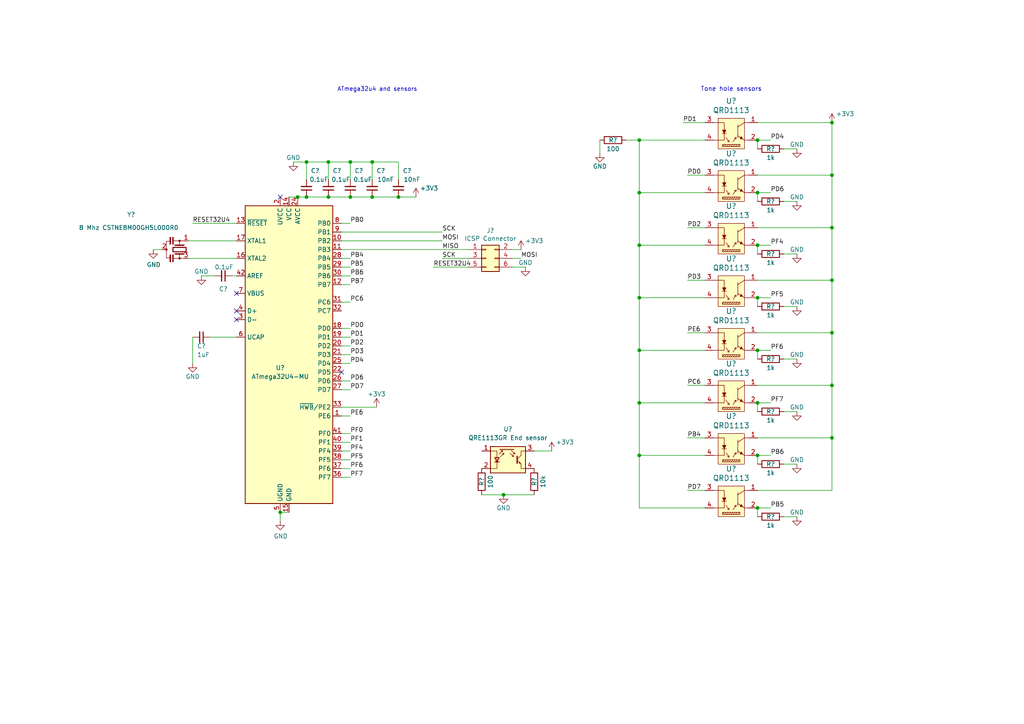
<source format=kicad_sch>
(kicad_sch (version 20211123) (generator eeschema)
  (paper "A4")
  (lib_symbols
    (symbol "Connector_Generic:Conn_02x03_Odd_Even" (pin_names (offset 1.016) hide)
      (property "Reference" "J" (at 1.27 5.08 0))
      (property "Value" "Conn_02x03_Odd_Even" (at 1.27 -5.08 0))
      (symbol "Conn_02x03_Odd_Even_1_1"
        (rectangle (start -1.27 -2.413) (end 0 -2.667) (stroke (width 0.1524)))
        (rectangle (start -1.27 0.127) (end 0 -0.127) (stroke (width 0.1524)))
        (rectangle (start -1.27 2.667) (end 0 2.413) (stroke (width 0.1524)))
        (rectangle (start -1.27 3.81) (end 3.81 -3.81) (stroke (width 0.254)) (fill (type background)))
        (rectangle (start 3.81 -2.413) (end 2.54 -2.667) (stroke (width 0.1524)))
        (rectangle (start 3.81 0.127) (end 2.54 -0.127) (stroke (width 0.1524)))
        (rectangle (start 3.81 2.667) (end 2.54 2.413) (stroke (width 0.1524)))
        (pin passive line (at -5.08 2.54 0) (length 3.81) (name "Pin_1") (number "1"))
        (pin passive line (at 7.62 2.54 180) (length 3.81) (name "Pin_2") (number "2"))
        (pin passive line (at -5.08 0 0) (length 3.81) (name "Pin_3") (number "3"))
        (pin passive line (at 7.62 0 180) (length 3.81) (name "Pin_4") (number "4"))
        (pin passive line (at -5.08 -2.54 0) (length 3.81) (name "Pin_5") (number "5"))
        (pin passive line (at 7.62 -2.54 180) (length 3.81) (name "Pin_6") (number "6"))
      )
    )
    (symbol "Device:C_Small" (pin_numbers hide) (pin_names (offset 0.254) hide)
      (property "Reference" "C" (at 0.254 1.778 0))
      (property "Value" "C_Small" (at 0.254 -2.032 0))
      (symbol "C_Small_0_1"
        (polyline (pts (xy -1.524 -0.508) (xy 1.524 -0.508)) (stroke (width 0.3302)))
        (polyline (pts (xy -1.524 0.508) (xy 1.524 0.508)) (stroke (width 0.3048)))
      )
      (symbol "C_Small_1_1"
        (pin passive line (at 0 2.54 270) (length 2.032) (name "~") (number "1"))
        (pin passive line (at 0 -2.54 90) (length 2.032) (name "~") (number "2"))
      )
    )
    (symbol "Device:R" (pin_numbers hide) (pin_names (offset 0))
      (property "Reference" "R" (at 2.032 0 90))
      (property "Value" "R" (at 0 0 90))
      (symbol "R_0_1"
        (rectangle (start -1.016 -2.54) (end 1.016 2.54) (stroke (width 0.254)))
      )
      (symbol "R_1_1"
        (pin passive line (at 0 3.81 270) (length 1.27) (name "~") (number "1"))
        (pin passive line (at 0 -3.81 90) (length 1.27) (name "~") (number "2"))
      )
    )
    (symbol "Device:Resonator_Small" (pin_names (offset 1.016) hide)
      (property "Reference" "Y" (at 3.175 1.905 0))
      (property "Value" "Resonator_Small" (at 3.175 0 0))
      (symbol "Resonator_Small_0_1"
        (rectangle (start -3.556 -2.54) (end -1.524 -2.794) (fill (type outline)))
        (rectangle (start -3.556 -1.778) (end -1.524 -2.032) (fill (type outline)))
        (circle (center -2.54 0) (radius 0.254) (fill (type outline)))
        (rectangle (start -0.635 1.905) (end 0.635 -1.905) (stroke (width 0.3048)))
        (circle (center 0 -3.81) (radius 0.254) (fill (type outline)))
        (polyline (pts (xy -2.54 -1.778) (xy -2.54 0)))
        (polyline (pts (xy -2.54 0) (xy -1.397 0)))
        (polyline (pts (xy -2.54 1.27) (xy -2.54 0)))
        (polyline (pts (xy -1.27 -1.27) (xy -1.27 1.27)) (stroke (width 0.381)))
        (polyline (pts (xy 1.27 -1.27) (xy 1.27 1.27)) (stroke (width 0.381)))
        (polyline (pts (xy 1.27 0) (xy 2.54 0)))
        (polyline (pts (xy 2.54 0) (xy 2.54 -1.778)))
        (polyline (pts (xy 2.54 1.27) (xy 2.54 0)))
        (polyline (pts (xy 2.413 -2.794) (xy 2.413 -3.81) (xy -2.413 -3.81) (xy -2.413 -2.667)))
        (rectangle (start 1.524 -2.54) (end 3.556 -2.794) (fill (type outline)))
        (rectangle (start 1.524 -1.778) (end 3.556 -2.032) (fill (type outline)))
        (circle (center 2.54 0) (radius 0.254) (fill (type outline)))
      )
      (symbol "Resonator_Small_1_1"
        (pin passive line (at -2.54 2.54 270) (length 1.27) (name "1") (number "1"))
        (pin passive line (at 0 -5.08 90) (length 1.27) (name "2") (number "2"))
        (pin passive line (at 2.54 2.54 270) (length 1.27) (name "3") (number "3"))
      )
    )
    (symbol "Sensor_Proximity:QRE1113GR" (pin_names (offset 0.0254) hide)
      (property "Reference" "U" (at -3.81 5.08 0))
      (property "Value" "QRE1113GR" (at 11.43 5.08 0))
      (symbol "QRE1113GR_0_1"
        (polyline (pts (xy -3.81 -0.635) (xy -2.54 -0.635)) (stroke (width 0.254)))
        (polyline (pts (xy -2.286 2.921) (xy -2.032 3.175)))
        (polyline (pts (xy -1.778 2.921) (xy -1.524 3.175)))
        (polyline (pts (xy -1.524 2.667) (xy -1.651 2.159)))
        (polyline (pts (xy -1.27 2.921) (xy -1.016 3.175)))
        (polyline (pts (xy -1.143 1.905) (xy -1.27 1.397)))
        (polyline (pts (xy -0.762 2.921) (xy -0.508 3.175)))
        (polyline (pts (xy -0.254 2.921) (xy 0 3.175)))
        (polyline (pts (xy 0.254 2.921) (xy 0.508 3.175)))
        (polyline (pts (xy 0.762 2.921) (xy 1.016 3.175)))
        (polyline (pts (xy 1.27 2.921) (xy 1.524 3.175)))
        (polyline (pts (xy 1.651 0.889) (xy 1.143 1.016)))
        (polyline (pts (xy 1.778 2.921) (xy -2.413 2.921)))
        (polyline (pts (xy 2.032 1.651) (xy 1.524 1.778)))
        (polyline (pts (xy 2.667 -0.127) (xy 3.81 -1.27)))
        (polyline (pts (xy 2.667 0.127) (xy 3.81 1.27)))
        (polyline (pts (xy -2.54 1.651) (xy -1.524 2.667) (xy -2.032 2.54)))
        (polyline (pts (xy -2.159 0.889) (xy -1.143 1.905) (xy -1.651 1.778)))
        (polyline (pts (xy 0.635 1.905) (xy 1.651 0.889) (xy 1.524 1.397)))
        (polyline (pts (xy 1.016 2.667) (xy 2.032 1.651) (xy 1.905 2.159)))
        (polyline (pts (xy 2.667 1.016) (xy 2.667 -1.016) (xy 2.667 -1.016)) (stroke (width 0.3556)))
        (polyline (pts (xy 3.81 -1.27) (xy 3.81 -2.54) (xy 5.08 -2.54)))
        (polyline (pts (xy 3.81 1.27) (xy 3.81 2.54) (xy 5.08 2.54)))
        (polyline (pts (xy -5.08 -2.54) (xy -3.175 -2.54) (xy -3.175 2.54) (xy -5.08 2.54)))
        (polyline (pts (xy -3.175 -0.635) (xy -3.81 0.635) (xy -2.54 0.635) (xy -3.175 -0.635)) (stroke (width 0.254)))
        (polyline (pts (xy 3.683 -1.143) (xy 3.429 -0.635) (xy 3.175 -0.889) (xy 3.683 -1.143)))
        (polyline (pts (xy -5.08 -3.81) (xy 5.08 -3.81) (xy 5.08 3.81) (xy -5.08 3.81) (xy -5.08 -3.81)) (stroke (width 0.254)) (fill (type background)))
      )
      (symbol "QRE1113GR_1_1"
        (pin passive line (at -7.62 2.54 0) (length 2.54) (name "A") (number "1"))
        (pin passive line (at -7.62 -2.54 0) (length 2.54) (name "K") (number "2"))
        (pin open_collector line (at 7.62 2.54 180) (length 2.54) (name "~") (number "3"))
        (pin open_emitter line (at 7.62 -2.54 180) (length 2.54) (name "~") (number "4"))
      )
    )
    (symbol "WARBL2.2-rescue:ATmega32U4-MU-MCU_Microchip_ATmega"
      (property "Reference" "U" (at -12.7 44.45 0))
      (property "Value" "ATmega32U4-MU-MCU_Microchip_ATmega" (at 2.54 -44.45 0))
      (symbol "ATmega32U4-MU-MCU_Microchip_ATmega_0_1"
        (rectangle (start -12.7 -43.18) (end 12.7 43.18) (stroke (width 0.254)) (fill (type background)))
      )
      (symbol "ATmega32U4-MU-MCU_Microchip_ATmega_1_1"
        (pin bidirectional line (at 15.24 -17.78 180) (length 2.54) (name "PE6") (number "1"))
        (pin bidirectional line (at 15.24 33.02 180) (length 2.54) (name "PB2") (number "10"))
        (pin bidirectional line (at 15.24 30.48 180) (length 2.54) (name "PB3") (number "11"))
        (pin bidirectional line (at 15.24 20.32 180) (length 2.54) (name "PB7") (number "12"))
        (pin input line (at -15.24 38.1 0) (length 2.54) (name "~{RESET}") (number "13"))
        (pin power_in line (at 0 45.72 270) (length 2.54) (name "VCC") (number "14"))
        (pin power_in line (at 0 -45.72 90) (length 2.54) (name "GND") (number "15"))
        (pin output line (at -15.24 27.94 0) (length 2.54) (name "XTAL2") (number "16"))
        (pin input line (at -15.24 33.02 0) (length 2.54) (name "XTAL1") (number "17"))
        (pin bidirectional line (at 15.24 7.62 180) (length 2.54) (name "PD0") (number "18"))
        (pin bidirectional line (at 15.24 5.08 180) (length 2.54) (name "PD1") (number "19"))
        (pin power_in line (at -2.54 45.72 270) (length 2.54) (name "UVCC") (number "2"))
        (pin bidirectional line (at 15.24 2.54 180) (length 2.54) (name "PD2") (number "20"))
        (pin bidirectional line (at 15.24 0 180) (length 2.54) (name "PD3") (number "21"))
        (pin bidirectional line (at 15.24 -5.08 180) (length 2.54) (name "PD5") (number "22"))
        (pin passive line (at 0 -45.72 90) (length 2.54) hide (name "GND") (number "23"))
        (pin power_in line (at 2.54 45.72 270) (length 2.54) (name "AVCC") (number "24"))
        (pin bidirectional line (at 15.24 -2.54 180) (length 2.54) (name "PD4") (number "25"))
        (pin bidirectional line (at 15.24 -7.62 180) (length 2.54) (name "PD6") (number "26"))
        (pin bidirectional line (at 15.24 -10.16 180) (length 2.54) (name "PD7") (number "27"))
        (pin bidirectional line (at 15.24 27.94 180) (length 2.54) (name "PB4") (number "28"))
        (pin bidirectional line (at 15.24 25.4 180) (length 2.54) (name "PB5") (number "29"))
        (pin bidirectional line (at -15.24 10.16 0) (length 2.54) (name "D-") (number "3"))
        (pin bidirectional line (at 15.24 22.86 180) (length 2.54) (name "PB6") (number "30"))
        (pin bidirectional line (at 15.24 15.24 180) (length 2.54) (name "PC6") (number "31"))
        (pin bidirectional line (at 15.24 12.7 180) (length 2.54) (name "PC7") (number "32"))
        (pin bidirectional line (at 15.24 -15.24 180) (length 2.54) (name "~{HWB}/PE2") (number "33"))
        (pin passive line (at 0 45.72 270) (length 2.54) hide (name "VCC") (number "34"))
        (pin passive line (at 0 -45.72 90) (length 2.54) hide (name "GND") (number "35"))
        (pin bidirectional line (at 15.24 -35.56 180) (length 2.54) (name "PF7") (number "36"))
        (pin bidirectional line (at 15.24 -33.02 180) (length 2.54) (name "PF6") (number "37"))
        (pin bidirectional line (at 15.24 -30.48 180) (length 2.54) (name "PF5") (number "38"))
        (pin bidirectional line (at 15.24 -27.94 180) (length 2.54) (name "PF4") (number "39"))
        (pin bidirectional line (at -15.24 12.7 0) (length 2.54) (name "D+") (number "4"))
        (pin bidirectional line (at 15.24 -25.4 180) (length 2.54) (name "PF1") (number "40"))
        (pin bidirectional line (at 15.24 -22.86 180) (length 2.54) (name "PF0") (number "41"))
        (pin input line (at -15.24 22.86 0) (length 2.54) (name "AREF") (number "42"))
        (pin passive line (at 0 -45.72 90) (length 2.54) hide (name "GND") (number "43"))
        (pin passive line (at 2.54 45.72 270) (length 2.54) hide (name "AVCC") (number "44"))
        (pin passive line (at 0 -45.72 90) (length 2.54) hide (name "GND") (number "45"))
        (pin passive line (at -2.54 -45.72 90) (length 2.54) (name "UGND") (number "5"))
        (pin passive line (at -15.24 5.08 0) (length 2.54) (name "UCAP") (number "6"))
        (pin passive line (at -15.24 17.78 0) (length 2.54) (name "VBUS") (number "7"))
        (pin bidirectional line (at 15.24 38.1 180) (length 2.54) (name "PB0") (number "8"))
        (pin bidirectional line (at 15.24 35.56 180) (length 2.54) (name "PB1") (number "9"))
      )
    )
    (symbol "WARBL2.2-rescue:QRD1114-dk_Optical-Sensors-Reflective-Analog-Output" (pin_names (offset 1.016))
      (property "Reference" "U" (at 0 5.08 0))
      (property "Value" "QRD1114-dk_Optical-Sensors-Reflective-Analog-Output" (at 0 -6.985 0))
      (symbol "QRD1114-dk_Optical-Sensors-Reflective-Analog-Output_0_1"
        (rectangle (start -3.81 3.81) (end 3.81 -5.08) (fill (type background)))
        (rectangle (start -2.54 -3.81) (end 2.54 -4.445))
        (polyline (pts (xy -2.667 -0.635) (xy -1.397 -0.635)))
        (polyline (pts (xy -2.54 -4.318) (xy -2.032 -3.81)))
        (polyline (pts (xy -2.032 -4.445) (xy -1.397 -3.81)))
        (polyline (pts (xy -1.524 -1.778) (xy -0.635 -3.048)))
        (polyline (pts (xy -1.397 -4.445) (xy -0.762 -3.81)))
        (polyline (pts (xy -0.762 -4.445) (xy -0.127 -3.81)))
        (polyline (pts (xy -0.635 -3.048) (xy -1.143 -2.921)))
        (polyline (pts (xy -0.635 -3.048) (xy -0.635 -2.54)))
        (polyline (pts (xy -0.127 -4.445) (xy 0.508 -3.81)))
        (polyline (pts (xy 0.508 -4.445) (xy 1.143 -3.81)))
        (polyline (pts (xy 0.508 -3.048) (xy 1.397 -1.778)))
        (polyline (pts (xy 1.143 -4.445) (xy 1.778 -3.81)))
        (polyline (pts (xy 1.397 -1.778) (xy 0.889 -2.032)))
        (polyline (pts (xy 1.397 -1.778) (xy 1.397 -2.286)))
        (polyline (pts (xy 1.778 -4.445) (xy 2.413 -3.81)))
        (polyline (pts (xy 1.905 -1.27) (xy 3.81 -2.54)))
        (polyline (pts (xy 1.905 1.905) (xy 1.905 -1.905)))
        (polyline (pts (xy 3.81 -2.54) (xy 5.08 -2.54)))
        (polyline (pts (xy 3.81 2.54) (xy 1.905 1.27)))
        (polyline (pts (xy 3.81 2.54) (xy 5.08 2.54)))
        (polyline (pts (xy -5.08 2.54) (xy -2.032 2.54) (xy -2.032 0.381)))
        (polyline (pts (xy -2.032 -0.635) (xy -2.032 -2.54) (xy -5.08 -2.54)))
        (polyline (pts (xy -2.54 0.381) (xy -1.524 0.381) (xy -2.032 -0.635) (xy -2.54 0.381)) (fill (type outline)))
        (polyline (pts (xy 2.921 -1.524) (xy 2.54 -2.159) (xy 3.302 -2.159) (xy 2.921 -1.524)) (fill (type outline)))
      )
      (symbol "QRD1114-dk_Optical-Sensors-Reflective-Analog-Output_1_1"
        (pin passive line (at 7.62 2.54 180) (length 2.54) (name "~") (number "1"))
        (pin passive line (at 7.62 -2.54 180) (length 2.54) (name "~") (number "2"))
        (pin passive line (at -7.62 2.54 0) (length 2.54) (name "~") (number "3"))
        (pin passive line (at -7.62 -2.54 0) (length 2.54) (name "~") (number "4"))
      )
    )
    (symbol "power:+3V3" (power) (pin_names (offset 0))
      (property "Value" "+3V3" (at 0 3.556 0))
      (symbol "+3V3_0_1"
        (polyline (pts (xy -0.762 1.27) (xy 0 2.54)))
        (polyline (pts (xy 0 0) (xy 0 2.54)))
        (polyline (pts (xy 0 2.54) (xy 0.762 1.27)))
      )
      (symbol "+3V3_1_1"
        (pin power_in line (at 0 0 90) (length 0) hide (name "+3V3") (number "1"))
      )
    )
    (symbol "power:GND" (power) (pin_names (offset 0))
      (property "Value" "GND" (at 0 -3.81 0))
      (symbol "GND_0_1"
        (polyline (pts (xy 0 0) (xy 0 -1.27) (xy 1.27 -1.27) (xy 0 -2.54) (xy -1.27 -1.27) (xy 0 -1.27)))
      )
      (symbol "GND_1_1"
        (pin power_in line (at 0 0 270) (length 0) hide (name "GND") (number "1"))
      )
    )
  )
  (junction (at 241.3 81.28))
  (junction (at 241.3 96.52))
  (junction (at 107.95 57.15))
  (junction (at 219.71 40.64))
  (junction (at 185.42 132.08))
  (junction (at 219.71 55.88))
  (junction (at 241.3 66.04))
  (junction (at 185.42 116.84))
  (junction (at 241.3 50.8))
  (junction (at 101.6 46.99))
  (junction (at 107.95 46.99))
  (junction (at 185.42 55.88))
  (junction (at 86.36 57.15))
  (junction (at 219.71 71.12))
  (junction (at 219.71 101.6))
  (junction (at 81.28 148.59))
  (junction (at 241.3 127))
  (junction (at 219.71 147.32))
  (junction (at 219.71 132.08))
  (junction (at 95.25 57.15))
  (junction (at 185.42 40.64))
  (junction (at 241.3 111.76))
  (junction (at 185.42 86.36))
  (junction (at 146.05 143.51))
  (junction (at 219.71 86.36))
  (junction (at 241.3 35.56))
  (junction (at 115.57 57.15))
  (junction (at 185.42 101.6))
  (junction (at 88.9 46.99))
  (junction (at 101.6 57.15))
  (junction (at 88.9 57.15))
  (junction (at 95.25 46.99))
  (junction (at 185.42 71.12))
  (junction (at 219.71 116.84))
  (no_connect (at 81.28 57.15))
  (no_connect (at 68.58 85.09))
  (no_connect (at 99.06 107.95))
  (no_connect (at 68.58 90.17))
  (no_connect (at 68.58 92.71))
  (wire (pts (xy 101.6 82.55) (xy 99.06 82.55)))
  (wire (pts (xy 223.52 147.32) (xy 219.71 147.32)))
  (wire (pts (xy 135.89 74.93) (xy 128.27 74.93)))
  (wire (pts (xy 81.28 148.59) (xy 83.82 148.59)))
  (wire (pts (xy 223.52 101.6) (xy 219.71 101.6)))
  (wire (pts (xy 185.42 40.64) (xy 185.42 55.88)))
  (wire (pts (xy 241.3 81.28) (xy 241.3 96.52)))
  (wire (pts (xy 219.71 104.14) (xy 219.71 101.6)))
  (wire (pts (xy 227.33 58.42) (xy 231.14 58.42)))
  (wire (pts (xy 115.57 57.15) (xy 120.65 57.15)))
  (wire (pts (xy 223.52 71.12) (xy 219.71 71.12)))
  (wire (pts (xy 101.6 105.41) (xy 99.06 105.41)))
  (wire (pts (xy 88.9 52.07) (xy 88.9 46.99)))
  (wire (pts (xy 99.06 87.63) (xy 101.6 87.63)))
  (wire (pts (xy 46.99 72.39) (xy 44.45 72.39)))
  (wire (pts (xy 101.6 125.73) (xy 99.06 125.73)))
  (wire (pts (xy 99.06 95.25) (xy 101.6 95.25)))
  (wire (pts (xy 223.52 55.88) (xy 219.71 55.88)))
  (wire (pts (xy 95.25 46.99) (xy 95.25 52.07)))
  (wire (pts (xy 101.6 64.77) (xy 99.06 64.77)))
  (wire (pts (xy 101.6 57.15) (xy 107.95 57.15)))
  (wire (pts (xy 219.71 50.8) (xy 241.3 50.8)))
  (wire (pts (xy 219.71 134.62) (xy 219.71 132.08)))
  (wire (pts (xy 204.47 132.08) (xy 185.42 132.08)))
  (wire (pts (xy 148.59 72.39) (xy 151.13 72.39)))
  (wire (pts (xy 241.3 127) (xy 241.3 142.24)))
  (wire (pts (xy 148.59 77.47) (xy 152.4 77.47)))
  (wire (pts (xy 125.73 77.47) (xy 135.89 77.47)))
  (wire (pts (xy 198.12 35.56) (xy 204.47 35.56)))
  (wire (pts (xy 241.3 142.24) (xy 219.71 142.24)))
  (wire (pts (xy 88.9 46.99) (xy 95.25 46.99)))
  (wire (pts (xy 95.25 57.15) (xy 101.6 57.15)))
  (wire (pts (xy 173.99 40.64) (xy 173.99 44.45)))
  (wire (pts (xy 101.6 135.89) (xy 99.06 135.89)))
  (wire (pts (xy 219.71 58.42) (xy 219.71 55.88)))
  (wire (pts (xy 115.57 46.99) (xy 115.57 52.07)))
  (wire (pts (xy 139.7 143.51) (xy 146.05 143.51)))
  (wire (pts (xy 199.39 111.76) (xy 204.47 111.76)))
  (wire (pts (xy 99.06 102.87) (xy 101.6 102.87)))
  (wire (pts (xy 227.33 43.18) (xy 231.14 43.18)))
  (wire (pts (xy 88.9 57.15) (xy 95.25 57.15)))
  (wire (pts (xy 219.71 149.86) (xy 219.71 147.32)))
  (wire (pts (xy 101.6 46.99) (xy 107.95 46.99)))
  (wire (pts (xy 86.36 57.15) (xy 88.9 57.15)))
  (wire (pts (xy 219.71 81.28) (xy 241.3 81.28)))
  (wire (pts (xy 219.71 111.76) (xy 241.3 111.76)))
  (wire (pts (xy 101.6 113.03) (xy 99.06 113.03)))
  (wire (pts (xy 101.6 46.99) (xy 95.25 46.99)))
  (wire (pts (xy 99.06 133.35) (xy 101.6 133.35)))
  (wire (pts (xy 99.06 138.43) (xy 101.6 138.43)))
  (wire (pts (xy 54.61 74.93) (xy 68.58 74.93)))
  (wire (pts (xy 86.36 57.15) (xy 83.82 57.15)))
  (wire (pts (xy 185.42 40.64) (xy 204.47 40.64)))
  (wire (pts (xy 227.33 73.66) (xy 231.14 73.66)))
  (wire (pts (xy 241.3 66.04) (xy 241.3 81.28)))
  (wire (pts (xy 99.06 100.33) (xy 101.6 100.33)))
  (wire (pts (xy 204.47 81.28) (xy 199.39 81.28)))
  (wire (pts (xy 185.42 101.6) (xy 185.42 116.84)))
  (wire (pts (xy 219.71 119.38) (xy 219.71 116.84)))
  (wire (pts (xy 241.3 96.52) (xy 241.3 111.76)))
  (wire (pts (xy 219.71 73.66) (xy 219.71 71.12)))
  (wire (pts (xy 227.33 149.86) (xy 231.14 149.86)))
  (wire (pts (xy 101.6 130.81) (xy 99.06 130.81)))
  (wire (pts (xy 204.47 101.6) (xy 185.42 101.6)))
  (wire (pts (xy 199.39 127) (xy 204.47 127)))
  (wire (pts (xy 101.6 97.79) (xy 99.06 97.79)))
  (wire (pts (xy 99.06 72.39) (xy 135.89 72.39)))
  (wire (pts (xy 107.95 46.99) (xy 107.95 52.07)))
  (wire (pts (xy 204.47 71.12) (xy 185.42 71.12)))
  (wire (pts (xy 199.39 50.8) (xy 204.47 50.8)))
  (wire (pts (xy 99.06 67.31) (xy 128.27 67.31)))
  (wire (pts (xy 227.33 134.62) (xy 231.14 134.62)))
  (wire (pts (xy 107.95 57.15) (xy 115.57 57.15)))
  (wire (pts (xy 185.42 71.12) (xy 185.42 86.36)))
  (wire (pts (xy 204.47 116.84) (xy 185.42 116.84)))
  (wire (pts (xy 60.96 97.79) (xy 68.58 97.79)))
  (wire (pts (xy 99.06 69.85) (xy 128.27 69.85)))
  (wire (pts (xy 99.06 74.93) (xy 101.6 74.93)))
  (wire (pts (xy 223.52 132.08) (xy 219.71 132.08)))
  (wire (pts (xy 67.31 80.01) (xy 68.58 80.01)))
  (wire (pts (xy 241.3 50.8) (xy 241.3 66.04)))
  (wire (pts (xy 241.3 35.56) (xy 241.3 50.8)))
  (wire (pts (xy 219.71 96.52) (xy 241.3 96.52)))
  (wire (pts (xy 185.42 86.36) (xy 185.42 101.6)))
  (wire (pts (xy 241.3 111.76) (xy 241.3 127)))
  (wire (pts (xy 85.09 46.99) (xy 88.9 46.99)))
  (wire (pts (xy 101.6 52.07) (xy 101.6 46.99)))
  (wire (pts (xy 204.47 55.88) (xy 185.42 55.88)))
  (wire (pts (xy 227.33 88.9) (xy 231.14 88.9)))
  (wire (pts (xy 199.39 142.24) (xy 204.47 142.24)))
  (wire (pts (xy 204.47 86.36) (xy 185.42 86.36)))
  (wire (pts (xy 107.95 46.99) (xy 115.57 46.99)))
  (wire (pts (xy 204.47 66.04) (xy 199.39 66.04)))
  (wire (pts (xy 185.42 55.88) (xy 185.42 71.12)))
  (wire (pts (xy 227.33 104.14) (xy 231.14 104.14)))
  (wire (pts (xy 99.06 128.27) (xy 101.6 128.27)))
  (wire (pts (xy 219.71 127) (xy 241.3 127)))
  (wire (pts (xy 146.05 143.51) (xy 154.94 143.51)))
  (wire (pts (xy 219.71 35.56) (xy 241.3 35.56)))
  (wire (pts (xy 62.23 80.01) (xy 58.42 80.01)))
  (wire (pts (xy 81.28 151.13) (xy 81.28 148.59)))
  (wire (pts (xy 219.71 40.64) (xy 219.71 43.18)))
  (wire (pts (xy 223.52 86.36) (xy 219.71 86.36)))
  (wire (pts (xy 99.06 118.11) (xy 109.22 118.11)))
  (wire (pts (xy 219.71 88.9) (xy 219.71 86.36)))
  (wire (pts (xy 101.6 77.47) (xy 99.06 77.47)))
  (wire (pts (xy 55.88 64.77) (xy 68.58 64.77)))
  (wire (pts (xy 99.06 110.49) (xy 101.6 110.49)))
  (wire (pts (xy 181.61 40.64) (xy 185.42 40.64)))
  (wire (pts (xy 54.61 69.85) (xy 68.58 69.85)))
  (wire (pts (xy 204.47 96.52) (xy 199.39 96.52)))
  (wire (pts (xy 99.06 120.65) (xy 101.6 120.65)))
  (wire (pts (xy 99.06 80.01) (xy 101.6 80.01)))
  (wire (pts (xy 223.52 116.84) (xy 219.71 116.84)))
  (wire (pts (xy 219.71 66.04) (xy 241.3 66.04)))
  (wire (pts (xy 154.94 130.81) (xy 160.02 130.81)))
  (wire (pts (xy 148.59 74.93) (xy 151.13 74.93)))
  (wire (pts (xy 185.42 147.32) (xy 204.47 147.32)))
  (wire (pts (xy 55.88 97.79) (xy 55.88 105.41)))
  (wire (pts (xy 185.42 116.84) (xy 185.42 132.08)))
  (wire (pts (xy 227.33 119.38) (xy 231.14 119.38)))
  (wire (pts (xy 185.42 132.08) (xy 185.42 147.32)))
  (wire (pts (xy 223.52 40.64) (xy 219.71 40.64)))
  (text "ATmega32u4 and sensors" (at 97.79 26.67 0) (effects (font (size 1.1938 1.1938)) (justify left bottom)))
  (text "Tone hole sensors" (at 203.2 26.67 0) (effects (font (size 1.27 1.27)) (justify left bottom)))
  (label "PF7" (at 101.6 138.43 0))
  (label "PF0" (at 101.6 125.73 0))
  (label "PD6" (at 223.52 55.88 0))
  (label "PD4" (at 101.6 105.41 0))
  (label "RESET32U4" (at 125.73 77.47 0))
  (label "PF5" (at 101.6 133.35 0))
  (label "MISO" (at 128.27 72.39 0))
  (label "PC6" (at 199.39 111.76 0))
  (label "SCK" (at 128.27 74.93 0))
  (label "PD3" (at 101.6 102.87 0))
  (label "PE6" (at 199.39 96.52 0))
  (label "PF4" (at 223.52 71.12 0))
  (label "PB6" (at 101.6 80.01 0))
  (label "PB4" (at 199.39 127 0))
  (label "PD3" (at 199.39 81.28 0))
  (label "RESET32U4" (at 55.88 64.77 0))
  (label "PE6" (at 101.6 120.65 0))
  (label "PF5" (at 223.52 86.36 0))
  (label "MOSI" (at 151.13 74.93 0))
  (label "PB5" (at 223.52 147.32 0))
  (label "PB0" (at 101.6 64.77 0))
  (label "PD7" (at 199.39 142.24 0))
  (label "PC6" (at 101.6 87.63 0))
  (label "PB5" (at 101.6 77.47 0))
  (label "PF6" (at 223.52 101.6 0))
  (label "PD0" (at 101.6 95.25 0))
  (label "SCK" (at 128.27 67.31 0))
  (label "PD1" (at 198.12 35.56 0))
  (label "MOSI" (at 128.27 69.85 0))
  (label "PB6" (at 223.52 132.08 0))
  (label "PF4" (at 101.6 130.81 0))
  (label "PD2" (at 101.6 100.33 0))
  (label "PB7" (at 101.6 82.55 0))
  (label "PB4" (at 101.6 74.93 0))
  (label "PF6" (at 101.6 135.89 0))
  (label "PF1" (at 101.6 128.27 0))
  (label "PF7" (at 223.52 116.84 0))
  (label "PD0" (at 199.39 50.8 0))
  (label "PD7" (at 101.6 113.03 0))
  (label "PD1" (at 101.6 97.79 0))
  (label "PD4" (at 223.52 40.64 0))
  (label "PD2" (at 199.39 66.04 0))
  (label "PD6" (at 101.6 110.49 0))
  (symbol (lib_id "power:GND") (at 44.45 72.39 0) (unit 1)
    (property "Reference" "#PWR?" (effects hide))
    (property "Value" "GND" (at 44.577 76.7842 0))
  )
  (symbol (lib_id "Device:R") (at 139.7 139.7 0) (unit 1)
    (property "Reference" "R?" (at 139.7 139.7 90))
    (property "Value" "100" (at 142.24 139.7 90))
    (property "Footprint" "Resistors_SMD:R_0603" (effects hide))
    (property "Datasheet" "https://industrial.panasonic.com/cdbs/www-data/pdf/RDA0000/AOA0000C304.pdf" (effects hide))
    (property "Description" "100 Ohms ±1% 0.1W, 1/10W Chip Resistor 0603 (1608 Metric) Automotive AEC-Q200 Thick Film" (effects hide))
    (property "Manufacturer" "Panasonic" (effects hide))
    (property "Mfg Part #" "ERJ-3EKF1000V" (effects hide))
    (property "Package" "0603" (effects hide))
    (property "MPN" "ERJ-3EKF1000V" (effects hide))
  )
  (symbol (lib_id "Device:Resonator_Small") (at 52.07 72.39 270) (unit 1)
    (property "Reference" "Y?" (at 36.83 62.23 90) (effects (justify left)))
    (property "Value" "8 Mhz CSTNE8M00GH5L000R0" (at 22.86 66.04 90) (effects (justify left)))
    (property "Footprint" "CSTNE8M00GH5L000R0:CSTNE16M0V530000R0" (effects hide))
    (property "Datasheet" "http://static6.arrow.com/aropdfconversion/11adc973269c6d695d9d99b871e8c6a1902be758/cstne8m00gh5l000r0.pdf" (effects hide))
    (property "Manufacturer" "Murata" (effects hide))
    (property "Mfg Part #" "CSTNE8M00GH5L000R0" (effects hide))
    (property "Description" "Ceramic resonator" (effects hide))
    (property "Package" "SMD" (effects hide))
    (property "Instructions" "No substitutions please" (effects hide))
    (property "MPN" "CSTNE8M00GH5L000R0" (effects hide))
  )
  (symbol (lib_id "Device:R") (at 223.52 149.86 270) (unit 1)
    (property "Reference" "R?" (at 223.52 149.86 90))
    (property "Value" "1k" (at 223.52 152.4 90))
    (property "Footprint" "Resistors_SMD:R_0603" (effects hide))
    (property "Datasheet" "http://industrial.panasonic.com/www-cgi/jvcr13pz.cgi?E+PZ+3+AOA0001+ERJ3GEYJ102V+7+WW" (effects hide))
    (property "Description" "1 kOhms ±5% 0.1W, 1/10W Chip Resistor 0603 (1608 Metric) Automotive AEC-Q200 Thick Film" (effects hide))
    (property "Manufacturer" "Panasonic" (effects hide))
    (property "Mfg Part #" "ERJ-3GEYJ102V" (effects hide))
    (property "Package" "0603" (effects hide))
    (property "MPN" "ERJ-3GEYJ102V" (effects hide))
  )
  (symbol (lib_id "WARBL2.2-rescue:QRD1114-dk_Optical-Sensors-Reflective-Analog-Output") (at 212.09 129.54 0) (unit 1)
    (property "Reference" "U?" (at 212.09 120.7262 0) (effects (font (size 1.524 1.524))))
    (property "Value" "QRD1113" (at 212.09 123.4186 0) (effects (font (size 1.524 1.524))))
    (property "Footprint" "localLib2:Reflective_Sensor_QRD1114" (effects hide))
    (property "Datasheet" "https://www.fairchildsemi.com/datasheets/QR/QRD1113.pdf" (effects hide))
    (property "Digi-Key_PN" "QRD1114-ND" (effects hide))
    (property "MPN" "QRD1114" (effects hide))
    (property "Category" "Sensors, Transducers" (effects hide))
    (property "Family" "Optical Sensors - Reflective - Analog Output" (effects hide))
    (property "DK_Datasheet_Link" "https://www.fairchildsemi.com/datasheets/QR/QRD1113.pdf" (effects hide))
    (property "DK_Detail_Page" "/product-detail/en/on-semiconductor/QRD1114/QRD1114-ND/187536" (effects hide))
    (property "Description" "SENSR OPTO TRANS 1.27MM REFL PCB" (effects hide))
    (property "Manufacturer" "ON Semiconductor" (effects hide))
    (property "Status" "Active" (effects hide))
    (property "Instructions" "Do not include in assembly." (effects hide))
  )
  (symbol (lib_id "power:GND") (at 146.05 143.51 0) (unit 1)
    (property "Reference" "#PWR?" (effects hide))
    (property "Value" "GND" (at 146.05 147.32 0))
  )
  (symbol (lib_id "power:GND") (at 152.4 77.47 0) (unit 1)
    (property "Reference" "#PWR?" (effects hide))
    (property "Value" "GND" (at 152.4 76.2 0))
  )
  (symbol (lib_id "Connector_Generic:Conn_02x03_Odd_Even") (at 140.97 74.93 0) (unit 1)
    (property "Reference" "J?" (at 142.24 66.8782 0))
    (property "Value" "ICSP Connector" (at 142.24 69.1896 0))
    (property "Footprint" "localLib2:SMD_ICSPHeader_Pitch2.54mm" (effects hide))
    (property "Instructions" "Do not include in assembly." (effects hide))
  )
  (symbol (lib_id "Device:R") (at 154.94 139.7 0) (unit 1)
    (property "Reference" "R?" (at 154.94 139.7 90))
    (property "Value" "10k" (at 157.48 139.7 90))
    (property "Footprint" "Resistors_SMD:R_0603" (effects hide))
    (property "Datasheet" "http://industrial.panasonic.com/www-cgi/jvcr13pz.cgi?E+PZ+3+AOA0001+ERJ3GEYJ103V+7+WW" (effects hide))
    (property "Description" "10 kOhms ±5% 0.1W, 1/10W Chip Resistor 0603 (1608 Metric) Automotive AEC-Q200 Thick Film" (effects hide))
    (property "Manufacturer" "Panasonic" (effects hide))
    (property "Mfg Part #" "ERJ-3GEYJ103V" (effects hide))
    (property "Package" "0603" (effects hide))
    (property "MPN" "ERJ-3GEYJ103V" (effects hide))
  )
  (symbol (lib_id "power:+3V3") (at 241.3 35.56 0) (unit 1)
    (property "Reference" "#PWR?" (effects hide))
    (property "Value" "+3V3" (at 245.11 33.02 0))
  )
  (symbol (lib_id "Device:R") (at 177.8 40.64 270) (unit 1)
    (property "Reference" "R?" (at 177.8 40.64 90))
    (property "Value" "100" (at 177.8 43.18 90))
    (property "Footprint" "Resistors_SMD:R_0603" (effects hide))
    (property "Datasheet" "https://industrial.panasonic.com/cdbs/www-data/pdf/RDA0000/AOA0000C304.pdf" (effects hide))
    (property "Description" "100 Ohms ±1% 0.1W, 1/10W Chip Resistor 0603 (1608 Metric) Automotive AEC-Q200 Thick Film" (effects hide))
    (property "Manufacturer" "Panasonic" (effects hide))
    (property "Mfg Part #" "ERJ-3EKF1000V" (effects hide))
    (property "Package" "0603" (effects hide))
    (property "MPN" "ERJ-3EKF1000V" (effects hide))
  )
  (symbol (lib_id "power:GND") (at 231.14 149.86 0) (unit 1)
    (property "Reference" "#PWR?" (effects hide))
    (property "Value" "GND" (at 231.14 148.59 0))
  )
  (symbol (lib_id "Device:C_Small") (at 58.42 97.79 270) (unit 1)
    (property "Reference" "C?" (at 57.15 100.33 90) (effects (justify left)))
    (property "Value" "1uF" (at 57.15 102.87 90) (effects (justify left)))
    (property "Footprint" "Capacitors_SMD:C_0603" (effects hide))
    (property "Datasheet" "http://www.samsungsem.com/kr/support/product-search/mlcc/CL10B105KP8NNNC.jsp" (effects hide))
    (property "Description" "1µF ±10% 10V Ceramic Capacitor X7R 0603 (1608 Metric)" (effects hide))
    (property "Manufacturer" "Samsung" (effects hide))
    (property "Mfg Part #" "CL10B105KP8NNNC" (effects hide))
    (property "Package" "0603" (effects hide))
    (property "MPN" "CL10B105KP8NNNC" (effects hide))
  )
  (symbol (lib_id "power:+3V3") (at 109.22 118.11 0) (unit 1)
    (property "Reference" "#PWR?" (effects hide))
    (property "Value" "+3V3" (at 109.22 114.3 0))
  )
  (symbol (lib_id "WARBL2.2-rescue:QRD1114-dk_Optical-Sensors-Reflective-Analog-Output") (at 212.09 99.06 0) (unit 1)
    (property "Reference" "U?" (at 212.09 90.2462 0) (effects (font (size 1.524 1.524))))
    (property "Value" "QRD1113" (at 212.09 92.9386 0) (effects (font (size 1.524 1.524))))
    (property "Footprint" "localLib2:Reflective_Sensor_QRD1114" (effects hide))
    (property "Datasheet" "https://www.fairchildsemi.com/datasheets/QR/QRD1113.pdf" (effects hide))
    (property "Digi-Key_PN" "QRD1114-ND" (effects hide))
    (property "MPN" "QRD1114" (effects hide))
    (property "Category" "Sensors, Transducers" (effects hide))
    (property "Family" "Optical Sensors - Reflective - Analog Output" (effects hide))
    (property "DK_Datasheet_Link" "https://www.fairchildsemi.com/datasheets/QR/QRD1113.pdf" (effects hide))
    (property "DK_Detail_Page" "/product-detail/en/on-semiconductor/QRD1114/QRD1114-ND/187536" (effects hide))
    (property "Description" "SENSR OPTO TRANS 1.27MM REFL PCB" (effects hide))
    (property "Manufacturer" "ON Semiconductor" (effects hide))
    (property "Status" "Active" (effects hide))
    (property "Instructions" "Do not include in assembly." (effects hide))
  )
  (symbol (lib_id "Device:R") (at 223.52 119.38 270) (unit 1)
    (property "Reference" "R?" (at 223.52 119.38 90))
    (property "Value" "1k" (at 223.52 121.92 90))
    (property "Footprint" "Resistors_SMD:R_0603" (effects hide))
    (property "Datasheet" "http://industrial.panasonic.com/www-cgi/jvcr13pz.cgi?E+PZ+3+AOA0001+ERJ3GEYJ102V+7+WW" (effects hide))
    (property "Description" "1 kOhms ±5% 0.1W, 1/10W Chip Resistor 0603 (1608 Metric) Automotive AEC-Q200 Thick Film" (effects hide))
    (property "Manufacturer" "Panasonic" (effects hide))
    (property "Mfg Part #" "ERJ-3GEYJ102V" (effects hide))
    (property "Package" "0603" (effects hide))
    (property "MPN" "ERJ-3GEYJ102V" (effects hide))
  )
  (symbol (lib_id "power:GND") (at 85.09 46.99 0) (unit 1)
    (property "Reference" "#PWR?" (effects hide))
    (property "Value" "GND" (at 85.09 45.72 0))
  )
  (symbol (lib_id "power:GND") (at 231.14 73.66 0) (unit 1)
    (property "Reference" "#PWR?" (effects hide))
    (property "Value" "GND" (at 231.14 72.39 0))
  )
  (symbol (lib_id "Device:R") (at 223.52 104.14 270) (unit 1)
    (property "Reference" "R?" (at 223.52 104.14 90))
    (property "Value" "1k" (at 223.52 106.68 90))
    (property "Footprint" "Resistors_SMD:R_0603" (effects hide))
    (property "Datasheet" "http://industrial.panasonic.com/www-cgi/jvcr13pz.cgi?E+PZ+3+AOA0001+ERJ3GEYJ102V+7+WW" (effects hide))
    (property "Description" "1 kOhms ±5% 0.1W, 1/10W Chip Resistor 0603 (1608 Metric) Automotive AEC-Q200 Thick Film" (effects hide))
    (property "Manufacturer" "Panasonic" (effects hide))
    (property "Mfg Part #" "ERJ-3GEYJ102V" (effects hide))
    (property "Package" "0603" (effects hide))
    (property "MPN" "ERJ-3GEYJ102V" (effects hide))
  )
  (symbol (lib_id "WARBL2.2-rescue:QRD1114-dk_Optical-Sensors-Reflective-Analog-Output") (at 212.09 144.78 0) (unit 1)
    (property "Reference" "U?" (at 212.09 135.9662 0) (effects (font (size 1.524 1.524))))
    (property "Value" "QRD1113" (at 212.09 138.6586 0) (effects (font (size 1.524 1.524))))
    (property "Footprint" "localLib2:Reflective_Sensor_QRD1114" (effects hide))
    (property "Datasheet" "https://www.fairchildsemi.com/datasheets/QR/QRD1113.pdf" (effects hide))
    (property "Digi-Key_PN" "QRD1114-ND" (effects hide))
    (property "MPN" "QRD1114" (effects hide))
    (property "Category" "Sensors, Transducers" (effects hide))
    (property "Family" "Optical Sensors - Reflective - Analog Output" (effects hide))
    (property "DK_Datasheet_Link" "https://www.fairchildsemi.com/datasheets/QR/QRD1113.pdf" (effects hide))
    (property "DK_Detail_Page" "/product-detail/en/on-semiconductor/QRD1114/QRD1114-ND/187536" (effects hide))
    (property "Description" "SENSR OPTO TRANS 1.27MM REFL PCB" (effects hide))
    (property "Manufacturer" "ON Semiconductor" (effects hide))
    (property "Status" "Active" (effects hide))
    (property "Instructions" "Do not include in assembly." (effects hide))
  )
  (symbol (lib_id "Device:C_Small") (at 88.9 54.61 180) (unit 1)
    (property "Reference" "C?" (at 92.71 49.53 0) (effects (justify left)))
    (property "Value" "0.1uF" (at 95.25 52.07 0) (effects (justify left)))
    (property "Footprint" "Capacitors_SMD:C_0603" (effects hide))
    (property "Datasheet" "http://www.samsungsem.com/kr/support/product-search/mlcc/CL10F104ZB8NNNC.jsp" (effects hide))
    (property "Description" "0.1µF -20%, +80% 50V Ceramic Capacitor Y5V (F) 0603 (1608 Metric)" (effects hide))
    (property "Digi-Key_PN" "0.1µF -20%, +80% 50V Ceramic Capacitor Y5V (F) 0603 (1608 Metric)" (effects hide))
    (property "Manufacturer" "Samsung" (effects hide))
    (property "Mfg Part #" "CL10F104ZB8NNNC" (effects hide))
    (property "Package" "0603" (effects hide))
    (property "MPN" "CL10F104ZB8NNNC" (effects hide))
  )
  (symbol (lib_id "power:GND") (at 231.14 134.62 0) (unit 1)
    (property "Reference" "#PWR?" (effects hide))
    (property "Value" "GND" (at 231.14 133.35 0))
  )
  (symbol (lib_id "Device:C_Small") (at 64.77 80.01 270) (unit 1)
    (property "Reference" "C?" (at 63.5 83.82 90) (effects (justify left)))
    (property "Value" "0.1uF" (at 62.23 77.47 90) (effects (justify left)))
    (property "Footprint" "Capacitors_SMD:C_0603" (effects hide))
    (property "Datasheet" "http://www.samsungsem.com/kr/support/product-search/mlcc/CL10F104ZB8NNNC.jsp" (effects hide))
    (property "Description" "0.1µF -20%, +80% 50V Ceramic Capacitor Y5V (F) 0603 (1608 Metric)" (effects hide))
    (property "Digi-Key_PN" "0.1µF -20%, +80% 50V Ceramic Capacitor Y5V (F) 0603 (1608 Metric)" (effects hide))
    (property "Manufacturer" "Samsung" (effects hide))
    (property "Mfg Part #" "CL10F104ZB8NNNC" (effects hide))
    (property "Package" "0603" (effects hide))
    (property "MPN" "CL10F104ZB8NNNC" (effects hide))
  )
  (symbol (lib_id "power:+3V3") (at 120.65 57.15 0) (unit 1)
    (property "Reference" "#PWR?" (effects hide))
    (property "Value" "+3V3" (at 124.46 54.61 0))
  )
  (symbol (lib_id "WARBL2.2-rescue:QRD1114-dk_Optical-Sensors-Reflective-Analog-Output") (at 212.09 53.34 0) (unit 1)
    (property "Reference" "U?" (at 212.09 44.5262 0) (effects (font (size 1.524 1.524))))
    (property "Value" "QRD1113" (at 212.09 47.2186 0) (effects (font (size 1.524 1.524))))
    (property "Footprint" "localLib2:Reflective_Sensor_QRD1114" (effects hide))
    (property "Datasheet" "https://www.fairchildsemi.com/datasheets/QR/QRD1113.pdf" (effects hide))
    (property "Digi-Key_PN" "QRD1114-ND" (effects hide))
    (property "MPN" "QRD1114" (effects hide))
    (property "Category" "Sensors, Transducers" (effects hide))
    (property "Family" "Optical Sensors - Reflective - Analog Output" (effects hide))
    (property "DK_Datasheet_Link" "https://www.fairchildsemi.com/datasheets/QR/QRD1113.pdf" (effects hide))
    (property "DK_Detail_Page" "/product-detail/en/on-semiconductor/QRD1114/QRD1114-ND/187536" (effects hide))
    (property "Description" "SENSR OPTO TRANS 1.27MM REFL PCB" (effects hide))
    (property "Manufacturer" "ON Semiconductor" (effects hide))
    (property "Status" "Active" (effects hide))
    (property "Instructions" "Do not include in assembly." (effects hide))
  )
  (symbol (lib_id "Sensor_Proximity:QRE1113GR") (at 147.32 133.35 0) (unit 1)
    (property "Reference" "U?" (at 147.32 124.46 0))
    (property "Value" "QRE1113GR End sensor" (at 147.32 127 0))
    (property "Footprint" "OptoDevice:OnSemi_CASE100CY" (effects hide))
    (property "Datasheet" "http://www.onsemi.com/pub/Collateral/QRE1113-D.PDF" (effects hide))
  )
  (symbol (lib_id "Device:C_Small") (at 95.25 54.61 180) (unit 1)
    (property "Reference" "C?" (at 99.06 49.53 0) (effects (justify left)))
    (property "Value" "0.1uF" (at 101.6 52.07 0) (effects (justify left)))
    (property "Footprint" "Capacitors_SMD:C_0603" (effects hide))
    (property "Datasheet" "http://www.samsungsem.com/kr/support/product-search/mlcc/CL10F104ZB8NNNC.jsp" (effects hide))
    (property "Description" "0.1µF -20%, +80% 50V Ceramic Capacitor Y5V (F) 0603 (1608 Metric)" (effects hide))
    (property "Digi-Key_PN" "0.1µF -20%, +80% 50V Ceramic Capacitor Y5V (F) 0603 (1608 Metric)" (effects hide))
    (property "Manufacturer" "Samsung" (effects hide))
    (property "Mfg Part #" "CL10F104ZB8NNNC" (effects hide))
    (property "Package" "0603" (effects hide))
    (property "MPN" "CL10F104ZB8NNNC" (effects hide))
  )
  (symbol (lib_id "WARBL2.2-rescue:QRD1114-dk_Optical-Sensors-Reflective-Analog-Output") (at 212.09 68.58 0) (unit 1)
    (property "Reference" "U?" (at 212.09 59.7662 0) (effects (font (size 1.524 1.524))))
    (property "Value" "QRD1113" (at 212.09 62.4586 0) (effects (font (size 1.524 1.524))))
    (property "Footprint" "localLib2:Reflective_Sensor_QRD1114" (effects hide))
    (property "Datasheet" "https://www.fairchildsemi.com/datasheets/QR/QRD1113.pdf" (effects hide))
    (property "Digi-Key_PN" "QRD1114-ND" (effects hide))
    (property "MPN" "QRD1114" (effects hide))
    (property "Category" "Sensors, Transducers" (effects hide))
    (property "Family" "Optical Sensors - Reflective - Analog Output" (effects hide))
    (property "DK_Datasheet_Link" "https://www.fairchildsemi.com/datasheets/QR/QRD1113.pdf" (effects hide))
    (property "DK_Detail_Page" "/product-detail/en/on-semiconductor/QRD1114/QRD1114-ND/187536" (effects hide))
    (property "Description" "SENSR OPTO TRANS 1.27MM REFL PCB" (effects hide))
    (property "Manufacturer" "ON Semiconductor" (effects hide))
    (property "Status" "Active" (effects hide))
    (property "Instructions" "Do not include in assembly." (effects hide))
  )
  (symbol (lib_id "WARBL2.2-rescue:QRD1114-dk_Optical-Sensors-Reflective-Analog-Output") (at 212.09 114.3 0) (unit 1)
    (property "Reference" "U?" (at 212.09 105.4862 0) (effects (font (size 1.524 1.524))))
    (property "Value" "QRD1113" (at 212.09 108.1786 0) (effects (font (size 1.524 1.524))))
    (property "Footprint" "localLib2:Reflective_Sensor_QRD1114" (effects hide))
    (property "Datasheet" "https://www.fairchildsemi.com/datasheets/QR/QRD1113.pdf" (effects hide))
    (property "Digi-Key_PN" "QRD1114-ND" (effects hide))
    (property "MPN" "QRD1114" (effects hide))
    (property "Category" "Sensors, Transducers" (effects hide))
    (property "Family" "Optical Sensors - Reflective - Analog Output" (effects hide))
    (property "DK_Datasheet_Link" "https://www.fairchildsemi.com/datasheets/QR/QRD1113.pdf" (effects hide))
    (property "DK_Detail_Page" "/product-detail/en/on-semiconductor/QRD1114/QRD1114-ND/187536" (effects hide))
    (property "Description" "SENSR OPTO TRANS 1.27MM REFL PCB" (effects hide))
    (property "Manufacturer" "ON Semiconductor" (effects hide))
    (property "Status" "Active" (effects hide))
    (property "Instructions" "Do not include in assembly." (effects hide))
  )
  (symbol (lib_id "WARBL2.2-rescue:QRD1114-dk_Optical-Sensors-Reflective-Analog-Output") (at 212.09 38.1 0) (unit 1)
    (property "Reference" "U?" (at 212.09 29.2862 0) (effects (font (size 1.524 1.524))))
    (property "Value" "QRD1113" (at 212.09 31.9786 0) (effects (font (size 1.524 1.524))))
    (property "Footprint" "localLib2:Reflective_Sensor_QRD1114" (effects hide))
    (property "Datasheet" "https://www.fairchildsemi.com/datasheets/QR/QRD1113.pdf" (effects hide))
    (property "Digi-Key_PN" "QRD1114-ND" (effects hide))
    (property "MPN" "QRD1114" (effects hide))
    (property "Category" "Sensors, Transducers" (effects hide))
    (property "Family" "Optical Sensors - Reflective - Analog Output" (effects hide))
    (property "DK_Datasheet_Link" "https://www.fairchildsemi.com/datasheets/QR/QRD1113.pdf" (effects hide))
    (property "DK_Detail_Page" "/product-detail/en/on-semiconductor/QRD1114/QRD1114-ND/187536" (effects hide))
    (property "Description" "SENSR OPTO TRANS 1.27MM REFL PCB" (effects hide))
    (property "Manufacturer" "ON Semiconductor" (effects hide))
    (property "Status" "Active" (effects hide))
    (property "Instructions" "Do not include in assembly." (effects hide))
  )
  (symbol (lib_id "Device:R") (at 223.52 134.62 270) (unit 1)
    (property "Reference" "R?" (at 223.52 134.62 90))
    (property "Value" "1k" (at 223.52 137.16 90))
    (property "Footprint" "Resistors_SMD:R_0603" (effects hide))
    (property "Datasheet" "http://industrial.panasonic.com/www-cgi/jvcr13pz.cgi?E+PZ+3+AOA0001+ERJ3GEYJ102V+7+WW" (effects hide))
    (property "Description" "1 kOhms ±5% 0.1W, 1/10W Chip Resistor 0603 (1608 Metric) Automotive AEC-Q200 Thick Film" (effects hide))
    (property "Manufacturer" "Panasonic" (effects hide))
    (property "Mfg Part #" "ERJ-3GEYJ102V" (effects hide))
    (property "Package" "0603" (effects hide))
    (property "MPN" "ERJ-3GEYJ102V" (effects hide))
  )
  (symbol (lib_id "WARBL2.2-rescue:QRD1114-dk_Optical-Sensors-Reflective-Analog-Output") (at 212.09 83.82 0) (unit 1)
    (property "Reference" "U?" (at 212.09 75.0062 0) (effects (font (size 1.524 1.524))))
    (property "Value" "QRD1113" (at 212.09 77.6986 0) (effects (font (size 1.524 1.524))))
    (property "Footprint" "localLib2:Reflective_Sensor_QRD1114" (effects hide))
    (property "Datasheet" "https://www.fairchildsemi.com/datasheets/QR/QRD1113.pdf" (effects hide))
    (property "Digi-Key_PN" "QRD1114-ND" (effects hide))
    (property "MPN" "QRD1114" (effects hide))
    (property "Category" "Sensors, Transducers" (effects hide))
    (property "Family" "Optical Sensors - Reflective - Analog Output" (effects hide))
    (property "DK_Datasheet_Link" "https://www.fairchildsemi.com/datasheets/QR/QRD1113.pdf" (effects hide))
    (property "DK_Detail_Page" "/product-detail/en/on-semiconductor/QRD1114/QRD1114-ND/187536" (effects hide))
    (property "Description" "SENSR OPTO TRANS 1.27MM REFL PCB" (effects hide))
    (property "Manufacturer" "ON Semiconductor" (effects hide))
    (property "Status" "Active" (effects hide))
    (property "Instructions" "Do not include in assembly." (effects hide))
  )
  (symbol (lib_id "power:GND") (at 58.42 80.01 0) (unit 1)
    (property "Reference" "#PWR?" (effects hide))
    (property "Value" "GND" (at 58.42 78.74 0))
  )
  (symbol (lib_id "power:GND") (at 55.88 105.41 0) (unit 1)
    (property "Reference" "#PWR?" (effects hide))
    (property "Value" "GND" (at 55.88 109.22 0))
  )
  (symbol (lib_id "Device:R") (at 223.52 73.66 270) (unit 1)
    (property "Reference" "R?" (at 223.52 73.66 90))
    (property "Value" "1k" (at 223.52 76.2 90))
    (property "Footprint" "Resistors_SMD:R_0603" (effects hide))
    (property "Datasheet" "http://industrial.panasonic.com/www-cgi/jvcr13pz.cgi?E+PZ+3+AOA0001+ERJ3GEYJ102V+7+WW" (effects hide))
    (property "Description" "1 kOhms ±5% 0.1W, 1/10W Chip Resistor 0603 (1608 Metric) Automotive AEC-Q200 Thick Film" (effects hide))
    (property "Manufacturer" "Panasonic" (effects hide))
    (property "Mfg Part #" "ERJ-3GEYJ102V" (effects hide))
    (property "Package" "0603" (effects hide))
    (property "MPN" "ERJ-3GEYJ102V" (effects hide))
  )
  (symbol (lib_id "power:GND") (at 231.14 119.38 0) (unit 1)
    (property "Reference" "#PWR?" (effects hide))
    (property "Value" "GND" (at 231.14 118.11 0))
  )
  (symbol (lib_id "power:GND") (at 231.14 43.18 0) (unit 1)
    (property "Reference" "#PWR?" (effects hide))
    (property "Value" "GND" (at 231.14 41.91 0))
  )
  (symbol (lib_id "Device:R") (at 223.52 43.18 270) (unit 1)
    (property "Reference" "R?" (at 223.52 43.18 90))
    (property "Value" "1k" (at 223.52 45.72 90))
    (property "Footprint" "Resistors_SMD:R_0603" (effects hide))
    (property "Datasheet" "http://industrial.panasonic.com/www-cgi/jvcr13pz.cgi?E+PZ+3+AOA0001+ERJ3GEYJ102V+7+WW" (effects hide))
    (property "Description" "1 kOhms ±5% 0.1W, 1/10W Chip Resistor 0603 (1608 Metric) Automotive AEC-Q200 Thick Film" (effects hide))
    (property "Manufacturer" "Panasonic" (effects hide))
    (property "Mfg Part #" "ERJ-3GEYJ102V" (effects hide))
    (property "Package" "0603" (effects hide))
    (property "MPN" "ERJ-3GEYJ102V" (effects hide))
  )
  (symbol (lib_id "WARBL2.2-rescue:ATmega32U4-MU-MCU_Microchip_ATmega") (at 83.82 102.87 0) (unit 1)
    (property "Reference" "U?" (at 81.28 106.68 0))
    (property "Value" "ATmega32U4-MU" (at 81.28 109.22 0))
    (property "Footprint" "Housings_DFN_QFN:QFN-44-1EP_7x7mm_Pitch0.5mm" (effects hide))
    (property "Datasheet" "http://ww1.microchip.com/downloads/en/DeviceDoc/Atmel-7766-8-bit-AVR-ATmega16U4-32U4_Datasheet.pdf" (effects hide))
    (property "Description" "microcontroller" (effects hide))
    (property "Manufacturer" "Microchip" (effects hide))
    (property "Mfg Part #" "ATMEGA32U4-MU" (effects hide))
    (property "Package" "44-VQFN (7x7)" (effects hide))
    (property "MPN" "ATMEGA32U4-MU" (effects hide))
  )
  (symbol (lib_id "power:+3V3") (at 160.02 130.81 0) (unit 1)
    (property "Reference" "#PWR?" (effects hide))
    (property "Value" "+3V3" (at 163.83 128.27 0))
  )
  (symbol (lib_id "power:GND") (at 173.99 44.45 0) (unit 1)
    (property "Reference" "#PWR?" (effects hide))
    (property "Value" "GND" (at 173.99 48.26 0))
  )
  (symbol (lib_id "power:GND") (at 231.14 88.9 0) (unit 1)
    (property "Reference" "#PWR?" (effects hide))
    (property "Value" "GND" (at 231.14 87.63 0))
  )
  (symbol (lib_id "power:GND") (at 231.14 58.42 0) (unit 1)
    (property "Reference" "#PWR?" (effects hide))
    (property "Value" "GND" (at 231.14 57.15 0))
  )
  (symbol (lib_id "power:GND") (at 231.14 104.14 0) (unit 1)
    (property "Reference" "#PWR?" (effects hide))
    (property "Value" "GND" (at 231.14 102.87 0))
  )
  (symbol (lib_id "Device:C_Small") (at 115.57 54.61 180) (unit 1)
    (property "Reference" "C?" (at 119.38 49.53 0) (effects (justify left)))
    (property "Value" "10nF" (at 121.92 52.07 0) (effects (justify left)))
    (property "Footprint" "Capacitors_SMD:C_0603" (effects hide))
    (property "Datasheet" "http://www.samsungsem.com/kr/support/product-search/mlcc/CL10B103KB8NCNC.jsp" (effects hide))
    (property "Description" "10000pF ±10% 50V Ceramic Capacitor X7R 0603 (1608 Metric)" (effects hide))
    (property "Digi-Key_PN" "10000pF ±10% 50V Ceramic Capacitor X7R 0603 (1608 Metric)" (effects hide))
    (property "Manufacturer" "Samsung" (effects hide))
    (property "Mfg Part #" "CL10B103KB8NCNC" (effects hide))
    (property "Package" "0603" (effects hide))
    (property "MPN" "CL10B103KB8NCNC" (effects hide))
  )
  (symbol (lib_id "Device:C_Small") (at 107.95 54.61 180) (unit 1)
    (property "Reference" "C?" (at 111.76 49.53 0) (effects (justify left)))
    (property "Value" "10nF" (at 114.3 52.07 0) (effects (justify left)))
    (property "Footprint" "Capacitors_SMD:C_0603" (effects hide))
    (property "Datasheet" "http://www.samsungsem.com/kr/support/product-search/mlcc/CL10B103KB8NCNC.jsp" (effects hide))
    (property "Description" "10000pF ±10% 50V Ceramic Capacitor X7R 0603 (1608 Metric)" (effects hide))
    (property "Digi-Key_PN" "10000pF ±10% 50V Ceramic Capacitor X7R 0603 (1608 Metric)" (effects hide))
    (property "Manufacturer" "Samsung" (effects hide))
    (property "Mfg Part #" "CL10B103KB8NCNC" (effects hide))
    (property "Package" "0603" (effects hide))
    (property "MPN" "CL10B103KB8NCNC" (effects hide))
  )
  (symbol (lib_id "power:+3V3") (at 151.13 72.39 0) (unit 1)
    (property "Reference" "#PWR?" (effects hide))
    (property "Value" "+3V3" (at 154.94 69.85 0))
  )
  (symbol (lib_id "Device:R") (at 223.52 88.9 270) (unit 1)
    (property "Reference" "R?" (at 223.52 88.9 90))
    (property "Value" "1k" (at 223.52 91.44 90))
    (property "Footprint" "Resistors_SMD:R_0603" (effects hide))
    (property "Datasheet" "http://industrial.panasonic.com/www-cgi/jvcr13pz.cgi?E+PZ+3+AOA0001+ERJ3GEYJ102V+7+WW" (effects hide))
    (property "Description" "1 kOhms ±5% 0.1W, 1/10W Chip Resistor 0603 (1608 Metric) Automotive AEC-Q200 Thick Film" (effects hide))
    (property "Manufacturer" "Panasonic" (effects hide))
    (property "Mfg Part #" "ERJ-3GEYJ102V" (effects hide))
    (property "Package" "0603" (effects hide))
    (property "MPN" "ERJ-3GEYJ102V" (effects hide))
  )
  (symbol (lib_id "Device:C_Small") (at 101.6 54.61 180) (unit 1)
    (property "Reference" "C?" (at 105.41 49.53 0) (effects (justify left)))
    (property "Value" "0.1uF" (at 107.95 52.07 0) (effects (justify left)))
    (property "Footprint" "Capacitors_SMD:C_0603" (effects hide))
    (property "Datasheet" "http://www.samsungsem.com/kr/support/product-search/mlcc/CL10F104ZB8NNNC.jsp" (effects hide))
    (property "Description" "0.1µF -20%, +80% 50V Ceramic Capacitor Y5V (F) 0603 (1608 Metric)" (effects hide))
    (property "Digi-Key_PN" "0.1µF -20%, +80% 50V Ceramic Capacitor Y5V (F) 0603 (1608 Metric)" (effects hide))
    (property "Manufacturer" "Samsung" (effects hide))
    (property "Mfg Part #" "CL10F104ZB8NNNC" (effects hide))
    (property "Package" "0603" (effects hide))
    (property "MPN" "CL10F104ZB8NNNC" (effects hide))
  )
  (symbol (lib_id "power:GND") (at 81.28 151.13 0) (unit 1)
    (property "Reference" "#PWR?" (effects hide))
    (property "Value" "GND" (at 81.407 155.5242 0))
  )
  (symbol (lib_id "Device:R") (at 223.52 58.42 270) (unit 1)
    (property "Reference" "R?" (at 223.52 58.42 90))
    (property "Value" "1k" (at 223.52 60.96 90))
    (property "Footprint" "Resistors_SMD:R_0603" (effects hide))
    (property "Datasheet" "http://industrial.panasonic.com/www-cgi/jvcr13pz.cgi?E+PZ+3+AOA0001+ERJ3GEYJ102V+7+WW" (effects hide))
    (property "Description" "1 kOhms ±5% 0.1W, 1/10W Chip Resistor 0603 (1608 Metric) Automotive AEC-Q200 Thick Film" (effects hide))
    (property "Manufacturer" "Panasonic" (effects hide))
    (property "Mfg Part #" "ERJ-3GEYJ102V" (effects hide))
    (property "Package" "0603" (effects hide))
    (property "MPN" "ERJ-3GEYJ102V" (effects hide))
  )
)
</source>
